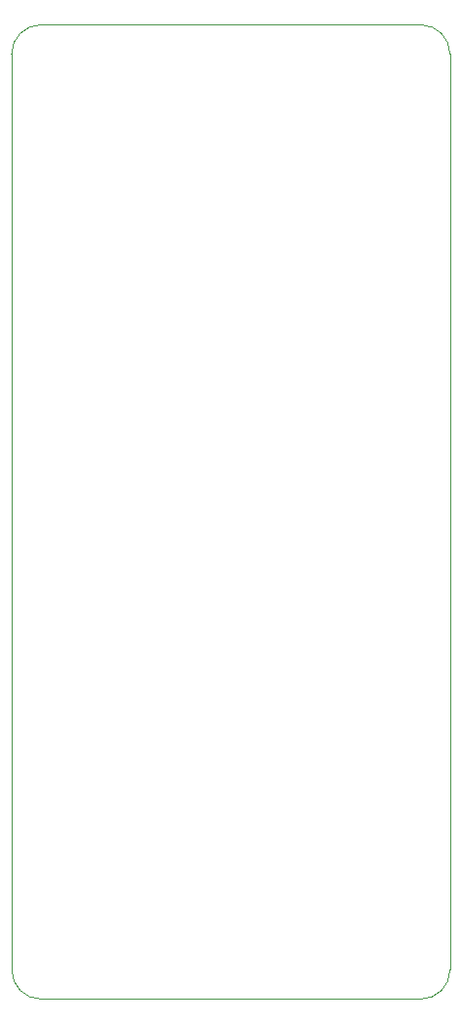
<source format=gbr>
%TF.GenerationSoftware,KiCad,Pcbnew,(5.99.0-10457-g21fde9b629)*%
%TF.CreationDate,2021-05-02T13:24:45-05:00*%
%TF.ProjectId,reptile-monitor,72657074-696c-4652-9d6d-6f6e69746f72,1*%
%TF.SameCoordinates,Original*%
%TF.FileFunction,Profile,NP*%
%FSLAX46Y46*%
G04 Gerber Fmt 4.6, Leading zero omitted, Abs format (unit mm)*
G04 Created by KiCad (PCBNEW (5.99.0-10457-g21fde9b629)) date 2021-05-02 13:24:45*
%MOMM*%
%LPD*%
G01*
G04 APERTURE LIST*
%TA.AperFunction,Profile*%
%ADD10C,0.100000*%
%TD*%
G04 APERTURE END LIST*
D10*
X166870949Y-119375000D02*
G75*
G03*
X169410949Y-116835000I0J2540000D01*
G01*
X131318000Y-37338000D02*
G75*
G02*
X133858000Y-34798000I2540000J0D01*
G01*
X169410949Y-116835000D02*
X169399949Y-37338000D01*
X166878000Y-34798000D02*
X133858000Y-34798000D01*
X169399949Y-37338000D02*
G75*
G03*
X166878000Y-34798000I-2521949J17987D01*
G01*
X133869000Y-119375000D02*
X166870949Y-119375000D01*
X131329000Y-116835000D02*
X131318000Y-37338000D01*
X131329000Y-116835000D02*
G75*
G03*
X133869000Y-119375000I2540000J0D01*
G01*
M02*

</source>
